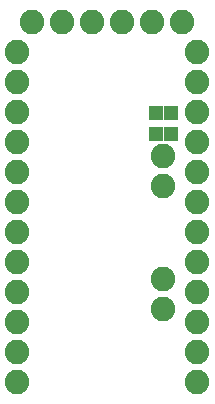
<source format=gbr>
G04 EAGLE Gerber RS-274X export*
G75*
%MOMM*%
%FSLAX34Y34*%
%LPD*%
%INSoldermask Bottom*%
%IPPOS*%
%AMOC8*
5,1,8,0,0,1.08239X$1,22.5*%
G01*
%ADD10C,2.082800*%
%ADD11R,1.203200X1.303200*%


D10*
X165100Y292100D03*
X165100Y266700D03*
X165100Y241300D03*
X165100Y215900D03*
X165100Y190500D03*
X165100Y165100D03*
X165100Y139700D03*
X165100Y114300D03*
X165100Y88900D03*
X165100Y63500D03*
X165100Y38100D03*
X165100Y12700D03*
X12700Y12700D03*
X12700Y38100D03*
X12700Y63500D03*
X12700Y88900D03*
X12700Y114300D03*
X12700Y139700D03*
X12700Y165100D03*
X12700Y190500D03*
X12700Y215900D03*
X12700Y241300D03*
X12700Y266700D03*
X12700Y292100D03*
X135890Y179070D03*
X135890Y204470D03*
X152400Y317500D03*
X127000Y317500D03*
X101600Y317500D03*
X76200Y317500D03*
X50800Y317500D03*
X25400Y317500D03*
D11*
X129794Y223148D03*
X129794Y240148D03*
X142494Y223148D03*
X142494Y240148D03*
D10*
X135890Y74930D03*
X135890Y100330D03*
M02*

</source>
